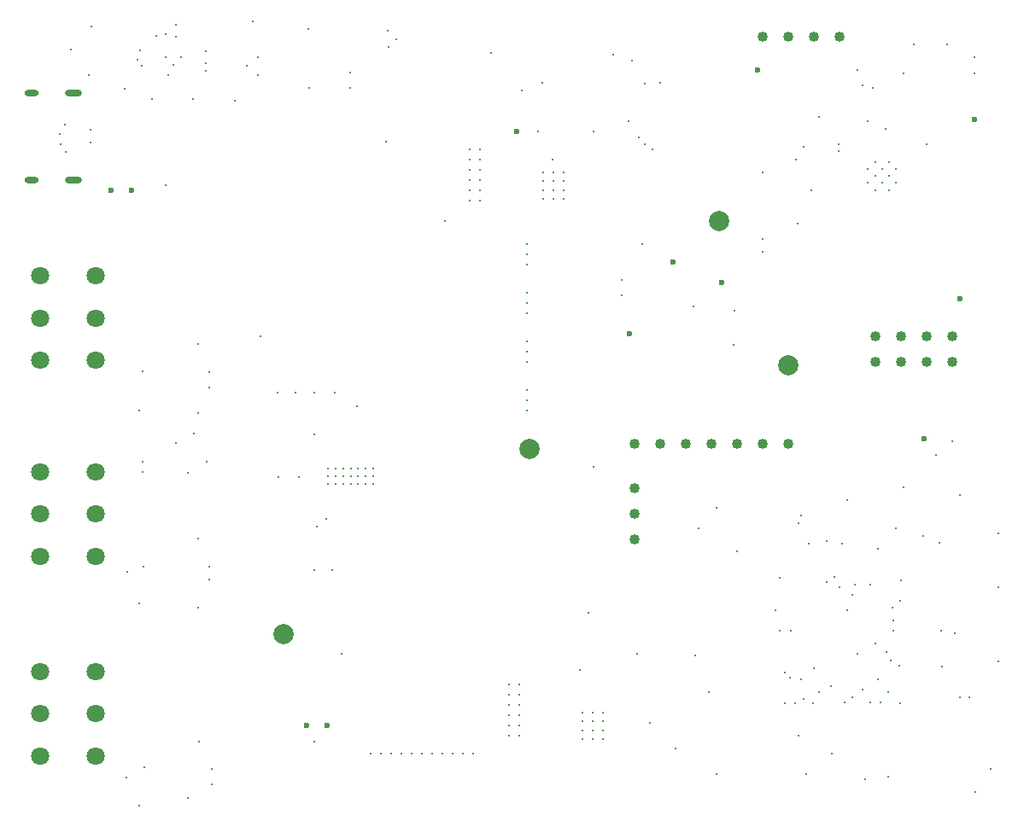
<source format=gbr>
%TF.GenerationSoftware,Altium Limited,Altium Designer,24.4.1 (13)*%
G04 Layer_Color=0*
%FSLAX45Y45*%
%MOMM*%
%TF.SameCoordinates,7BA59CB3-8EBC-4C6A-B4C6-80429C3BB8AE*%
%TF.FilePolarity,Positive*%
%TF.FileFunction,Plated,1,4,PTH,Drill*%
%TF.Part,Single*%
G01*
G75*
%TA.AperFunction,ComponentDrill*%
%ADD172O,1.70000X0.60000*%
%ADD173O,1.40000X0.60000*%
%ADD174C,1.02000*%
%TA.AperFunction,OtherDrill,Pad Free-1 (96.266mm,87.376mm)*%
%ADD175C,2.00000*%
%TA.AperFunction,OtherDrill,Pad Free-1 (103.124mm,73.025mm)*%
%ADD176C,2.00000*%
%TA.AperFunction,OtherDrill,Pad Free-3 (53.086mm,46.355mm)*%
%ADD177C,2.00000*%
%TA.AperFunction,OtherDrill,Pad Free-2 (77.47mm,64.77mm)*%
%ADD178C,2.00000*%
%TA.AperFunction,ComponentDrill*%
%ADD179C,0.20000*%
%ADD180C,1.02000*%
%ADD181C,1.80000*%
%TA.AperFunction,ViaDrill,NotFilled*%
%ADD182C,0.30000*%
%ADD183C,0.60000*%
D172*
X3224700Y9143800D02*
D03*
Y10007800D02*
D03*
D173*
X2806700Y9143800D02*
D03*
Y10007800D02*
D03*
D174*
X8788400Y6527800D02*
D03*
X9042400D02*
D03*
X9296400D02*
D03*
X9550400D02*
D03*
X9804400D02*
D03*
X10058400D02*
D03*
X10312400D02*
D03*
X10820400Y10566400D02*
D03*
X10566400D02*
D03*
X10312400D02*
D03*
X10058400D02*
D03*
X11938000Y7594600D02*
D03*
Y7340600D02*
D03*
X11684000Y7594600D02*
D03*
Y7340600D02*
D03*
X11430000Y7594600D02*
D03*
Y7340600D02*
D03*
X11176000Y7594600D02*
D03*
Y7340600D02*
D03*
D175*
X9626600Y8737600D02*
D03*
D176*
X10312400Y7302500D02*
D03*
D177*
X5308600Y4635500D02*
D03*
D178*
X7747000Y6477000D02*
D03*
D179*
X11309800Y9321800D02*
D03*
X11099800Y9111800D02*
D03*
Y9251800D02*
D03*
X11239800Y9111800D02*
D03*
Y9251800D02*
D03*
X11379800Y9111800D02*
D03*
Y9251800D02*
D03*
X11169800Y9041800D02*
D03*
Y9181800D02*
D03*
Y9321800D02*
D03*
X11309800Y9041800D02*
D03*
Y9181800D02*
D03*
D180*
X8788400Y6083300D02*
D03*
Y5829300D02*
D03*
Y5575300D02*
D03*
D181*
X2895600Y7352400D02*
D03*
Y7772400D02*
D03*
Y8192400D02*
D03*
X3445600Y7352400D02*
D03*
Y7772400D02*
D03*
Y8192400D02*
D03*
X2895600Y5408400D02*
D03*
Y5828400D02*
D03*
Y6248400D02*
D03*
X3445600Y5408400D02*
D03*
Y5828400D02*
D03*
Y6248400D02*
D03*
X2895600Y3427200D02*
D03*
Y3847200D02*
D03*
Y4267200D02*
D03*
X3445600Y3427200D02*
D03*
Y3847200D02*
D03*
Y4267200D02*
D03*
D182*
X12014200Y4013200D02*
D03*
X12103100D02*
D03*
X10563284Y4295716D02*
D03*
X11807884Y5540316D02*
D03*
X11430000Y5168900D02*
D03*
X11341100Y4902200D02*
D03*
X11417300Y4965700D02*
D03*
X10414000Y5740400D02*
D03*
X10515600Y5537200D02*
D03*
X10807700Y9499600D02*
D03*
Y9429200D02*
D03*
X3086100Y9601200D02*
D03*
X3098800Y9499600D02*
D03*
X10388600Y9347200D02*
D03*
X10464800Y9474200D02*
D03*
X10617200Y9765716D02*
D03*
X3390900Y9512300D02*
D03*
Y9639300D02*
D03*
X7721600Y7442200D02*
D03*
Y7543800D02*
D03*
Y7340600D02*
D03*
Y7924800D02*
D03*
Y8026400D02*
D03*
Y8407400D02*
D03*
Y7823200D02*
D03*
Y8305800D02*
D03*
Y8509000D02*
D03*
X3136900Y9690100D02*
D03*
X3149600Y9423400D02*
D03*
X8864600Y8509000D02*
D03*
X5608320Y3573780D02*
D03*
X9601200Y3251200D02*
D03*
X9194800Y3505200D02*
D03*
X7188200Y3454400D02*
D03*
X6883400D02*
D03*
X6781800D02*
D03*
X6578600D02*
D03*
X6273800D02*
D03*
X6985000D02*
D03*
X6375400D02*
D03*
X7086600D02*
D03*
X6680200D02*
D03*
X6477000D02*
D03*
X6172200D02*
D03*
X9387840Y4424680D02*
D03*
X9779000Y7848600D02*
D03*
X11455400Y10198100D02*
D03*
X11938000Y6553200D02*
D03*
X4165600Y10185400D02*
D03*
X4292600Y10363200D02*
D03*
X4140200D02*
D03*
X4216400Y10287000D02*
D03*
X4003040Y9941560D02*
D03*
X5054600Y10185400D02*
D03*
X4826000Y9931400D02*
D03*
X5054600Y10363200D02*
D03*
X5003800Y10718800D02*
D03*
X3403600Y10668000D02*
D03*
X3200400Y10439400D02*
D03*
X3378200Y10185400D02*
D03*
X10820400Y5105400D02*
D03*
X10972800Y5130800D02*
D03*
X9525000Y4064000D02*
D03*
X11201400Y4191000D02*
D03*
X11303000Y4064000D02*
D03*
X10998200Y4445000D02*
D03*
X10896600Y4876800D02*
D03*
X10337800Y4673600D02*
D03*
X9804400Y5461000D02*
D03*
X9423400Y5689600D02*
D03*
X11455400Y6096000D02*
D03*
X12014200Y6019800D02*
D03*
X11303000Y3225800D02*
D03*
X12395200Y5638800D02*
D03*
Y5105400D02*
D03*
Y4368800D02*
D03*
X12319000Y3302000D02*
D03*
X12166600Y3073400D02*
D03*
X10744200Y3454400D02*
D03*
X11074400Y3200400D02*
D03*
X10490200Y3251200D02*
D03*
X8813800Y4445000D02*
D03*
X8940800Y3759200D02*
D03*
X8331200Y4851400D02*
D03*
X8382000Y6299200D02*
D03*
X11836400Y4318000D02*
D03*
X10998200Y10236200D02*
D03*
X8763000Y10325100D02*
D03*
X8572500Y10388600D02*
D03*
X12153900Y10198100D02*
D03*
Y10363200D02*
D03*
X9372600Y7886700D02*
D03*
X9766300Y7505700D02*
D03*
X8661400Y8001000D02*
D03*
Y8153400D02*
D03*
X11887200Y10490200D02*
D03*
X11557000D02*
D03*
X7670800Y10033000D02*
D03*
X11049000Y10083800D02*
D03*
X11150600Y10058400D02*
D03*
X10693400Y5562600D02*
D03*
X10414000Y3632200D02*
D03*
X10185400Y4876800D02*
D03*
X10439400Y5816600D02*
D03*
X7721600Y6858000D02*
D03*
X11277600Y9652000D02*
D03*
X11099800Y9728200D02*
D03*
X11684000Y9499600D02*
D03*
X10439400Y4191000D02*
D03*
X11201400Y5486400D02*
D03*
X10541000Y9042400D02*
D03*
X10947400Y5029200D02*
D03*
X11125200Y5130800D02*
D03*
X10693400Y5156200D02*
D03*
X10769600Y5207000D02*
D03*
X9601200Y5892800D02*
D03*
X10378440Y3952240D02*
D03*
X10058400Y9220200D02*
D03*
X7975600Y9347200D02*
D03*
X11645900Y5613400D02*
D03*
X11770360Y6418580D02*
D03*
X11177123Y4546600D02*
D03*
X11379200Y5689600D02*
D03*
X9042400Y10109200D02*
D03*
X8966200Y9448800D02*
D03*
X11226800Y3962400D02*
D03*
X11823700Y4673600D02*
D03*
X11963400Y4648200D02*
D03*
X11353800Y4673600D02*
D03*
Y4775200D02*
D03*
X10058400Y8559800D02*
D03*
Y8432800D02*
D03*
X3911600Y6350000D02*
D03*
Y6248400D02*
D03*
X8724900Y9728200D02*
D03*
X5080000Y7594600D02*
D03*
X4356100Y6235700D02*
D03*
X8890000Y10096500D02*
D03*
X8826500Y9563100D02*
D03*
X8890000Y9499600D02*
D03*
X8382000Y9626600D02*
D03*
X6032500Y6896100D02*
D03*
X7874000Y10109200D02*
D03*
X7366000Y10401300D02*
D03*
X7831753Y9626247D02*
D03*
X7880013Y9130947D02*
D03*
X8083213Y9219847D02*
D03*
X7981613D02*
D03*
X7880013D02*
D03*
X7981613Y9130947D02*
D03*
X8083213D02*
D03*
Y9042047D02*
D03*
X7981613D02*
D03*
X7880013D02*
D03*
Y8953147D02*
D03*
X7981613D02*
D03*
X8083213D02*
D03*
X8470900Y3594100D02*
D03*
X8369300D02*
D03*
X8267700D02*
D03*
Y3683000D02*
D03*
X8369300D02*
D03*
X8470900D02*
D03*
Y3771900D02*
D03*
X8369300D02*
D03*
X8267700Y3860800D02*
D03*
X8369300D02*
D03*
X8470900D02*
D03*
X8267700Y3771900D02*
D03*
X8242300Y4279900D02*
D03*
X7255173Y9245247D02*
D03*
Y9143647D02*
D03*
Y9042047D02*
D03*
Y8940447D02*
D03*
X7153573D02*
D03*
Y9042047D02*
D03*
Y9143647D02*
D03*
Y9245247D02*
D03*
Y9346847D02*
D03*
X7255173D02*
D03*
Y9448447D02*
D03*
X7153573D02*
D03*
X7721600Y7061200D02*
D03*
Y6959600D02*
D03*
X5422900Y7035800D02*
D03*
X5245100D02*
D03*
X5816600D02*
D03*
X5613400D02*
D03*
X7538720Y4140200D02*
D03*
X7640320D02*
D03*
Y4038600D02*
D03*
X7538720D02*
D03*
Y3937000D02*
D03*
Y3835400D02*
D03*
Y3733800D02*
D03*
Y3632200D02*
D03*
X7640320D02*
D03*
Y3733800D02*
D03*
Y3835400D02*
D03*
Y3937000D02*
D03*
X5880100Y4445000D02*
D03*
X5461000Y6197600D02*
D03*
X5257800D02*
D03*
X10401300Y8712200D02*
D03*
X5549900Y10642600D02*
D03*
X3733800Y10045700D02*
D03*
X4241800Y10680700D02*
D03*
X4940300Y10274300D02*
D03*
X4406900Y9944100D02*
D03*
X4538404Y10226616D02*
D03*
X4533900Y10421620D02*
D03*
X6908800Y8737600D02*
D03*
X6324600Y9525000D02*
D03*
X6337300Y10619300D02*
D03*
X6426200Y10541000D02*
D03*
X6350000Y10464800D02*
D03*
X5969000Y10210800D02*
D03*
Y10058400D02*
D03*
X5562600D02*
D03*
X4419600Y6629400D02*
D03*
X4235429Y6530446D02*
D03*
X4546600Y6350000D02*
D03*
X3873500Y2933700D02*
D03*
X4572000Y7086600D02*
D03*
Y7239000D02*
D03*
Y5181600D02*
D03*
Y5308600D02*
D03*
X4597400Y3302000D02*
D03*
Y3149600D02*
D03*
X3759200Y5257800D02*
D03*
X3746500Y3213100D02*
D03*
X10223500Y5194300D02*
D03*
X10871200Y3962400D02*
D03*
X10947400Y4013200D02*
D03*
X11049000Y4089400D02*
D03*
X11125200Y3962400D02*
D03*
X10553700Y3949700D02*
D03*
X10617200Y4064000D02*
D03*
X10728960Y4122420D02*
D03*
X10274300Y3949700D02*
D03*
X10462260Y3995420D02*
D03*
X4467860Y3573780D02*
D03*
X11409680Y4320540D02*
D03*
X11325860Y4373880D02*
D03*
X11285220Y4462780D02*
D03*
X3924300Y3314700D02*
D03*
X10840720Y5532120D02*
D03*
X10896600Y5969000D02*
D03*
X10223500Y4673600D02*
D03*
X11417300Y3949700D02*
D03*
X10325100Y4203700D02*
D03*
X10274300Y4254500D02*
D03*
X5638800Y5702300D02*
D03*
X5727700Y5778500D02*
D03*
X5613400Y5270500D02*
D03*
X5791200D02*
D03*
X5613400Y6616700D02*
D03*
X5745600Y6129100D02*
D03*
X5820600D02*
D03*
X5895600D02*
D03*
X5970600D02*
D03*
X6045600D02*
D03*
X6120600D02*
D03*
X6195600D02*
D03*
X5745600Y6279100D02*
D03*
X5820600D02*
D03*
X5895600D02*
D03*
X5970600D02*
D03*
X6045600D02*
D03*
X6120600D02*
D03*
X6195600D02*
D03*
X5745600Y6204100D02*
D03*
X5820600D02*
D03*
X5895600D02*
D03*
X5970600D02*
D03*
X6045600D02*
D03*
X6120600D02*
D03*
X6195600D02*
D03*
X4140200Y10591800D02*
D03*
X4043680Y10574020D02*
D03*
X3886200Y10426700D02*
D03*
X3898900Y10274300D02*
D03*
X3860800Y10337800D02*
D03*
X4241800Y10566400D02*
D03*
X4533900Y10304780D02*
D03*
X4140200Y9093200D02*
D03*
X3906520Y7244080D02*
D03*
X3873500Y6858000D02*
D03*
X4457700Y7518400D02*
D03*
Y6832600D02*
D03*
X3873500Y4940300D02*
D03*
X3914140Y5303520D02*
D03*
X4457700Y4902200D02*
D03*
Y5588000D02*
D03*
X4356100Y3009900D02*
D03*
D183*
X3594100Y9042400D02*
D03*
X3797300D02*
D03*
X12014200Y7962900D02*
D03*
X12153900Y9740900D02*
D03*
X9652000Y8128000D02*
D03*
X8737600Y7620000D02*
D03*
X9169400Y8331200D02*
D03*
X7620000Y9626600D02*
D03*
X10007600Y10236200D02*
D03*
X5740400Y3733800D02*
D03*
X5537200D02*
D03*
X11658600Y6578600D02*
D03*
%TF.MD5,d4a9acb346fbea5d27fb3eaad0c61655*%
M02*

</source>
